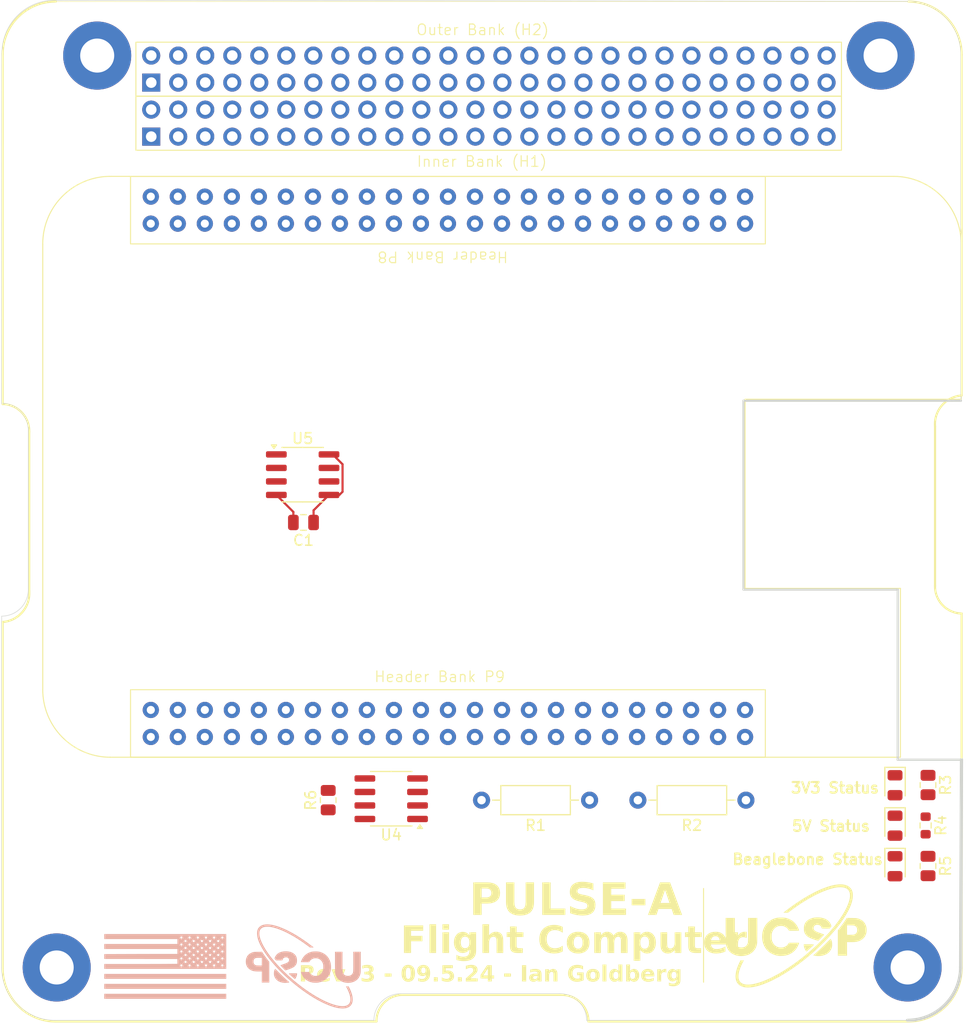
<source format=kicad_pcb>
(kicad_pcb (version 20240108) (generator "pcbnew") (generator_version "8.0")
  (title_block (title "Fight Computer Motherboard - Ian Goldberg"))
  (layers (0 "F.Cu" signal) (31 "B.Cu" signal) (34 "B.Paste" user) (35 "F.Paste" user) (36 "B.SilkS" user "B.Silkscreen") (37 "F.SilkS" user "F.Silkscreen") (38 "B.Mask" user) (39 "F.Mask" user) (44 "Edge.Cuts" user))
  (net 0 "")
  (net 1 "/5V")
  (net 2 "/I2C_SCL")
  (net 3 "/I2C_SDA")
  (net 5 "/GPIO2_1")
  (net 7 "/GPIO2_24")
  (net 8 "/SYS_RESETn")
  (net 9 "/UART_TX")
  (net 11 "/GPIO2_12")
  (net 12 "GND")
  (net 13 "/CAN_SLNT")
  (net 15 "/GPIO2_23")
  (net 16 "/GPIO2_8")
  (net 18 "/GPIO2_10")
  (net 19 "/CAN1_RX")
  (net 21 "/UART_RX")
  (net 22 "/GPIO2_6")
  (net 23 "/GPIO2_7")
  (net 24 "/GPIO1_13")
  (net 25 "/GPIO1_27")
  (net 26 "/GPIO2_9")
  (net 30 "/GPIO2_25")
  (net 31 "/GPIO1_15")
  (net 33 "/GPIO0_7")
  (net 34 "/GPI02_22")
  (net 37 "/GPIO2_13")
  (net 38 "/GPIO1_12")
  (net 39 "/GPIO1_17")
  (net 44 "/CAN1_TX")
  (net 51 "/GPIO1_26")
  (net 53 "/GPIO1_14")
  (net 64 "/CAN_L")
  (net 65 "/3V3")
  (net 66 "/GPIO1_28")
  (net 68 "/CAN_H")
  (net 92 "/GPIO3_20")
  (net 93 "/FC_TEMP")
  (net 100 "/GPIO1_29")
  (net 104 "/GPIO1_16")
  (net 105 "/GPIO3_19")
  (net 106 "/CAN_SNLT")
  (net 107 "/GPIO2_11")
  (net 133 "/CAN1_SLNT")
  (net 134 "Net-(D1-K)")
  (net 135 "Net-(D2-K)")
  (net 136 "Net-(D3-K)")
  (footprint "Resistor_SMD:R_0805_2012Metric" (layer "F.Cu") (at 167.1 147.88 -90)
    (property "Reference" "R3" (at 0 -1.65 90) (layer "F.SilkS"))
    (property "Value" "15")
    (pad "1" smd roundrect (at -0.9125 0 270) (size 1.025 1.4) (layers "F.Cu" "F.Paste" "F.Mask") (roundrect_rratio 0.243902) (net 134 "Net-(D1-K)"))
    (pad "2" smd roundrect (at 0.9125 0 270) (size 1.025 1.4) (layers "F.Cu" "F.Paste" "F.Mask") (roundrect_rratio 0.243902) (net 12 "GND"))
  )
  (footprint "LED_SMD:LED_0805_2012Metric" (layer "F.Cu") (at 164 155.5125 -90)
    (property "Reference" "D3" (hide yes))
    (property "Value" "Beaglebone Ready")
    (pad "1" smd roundrect (at -0.9375 0 270) (size 0.975 1.4) (layers "F.Cu" "F.Paste" "F.Mask") (net 136 "Net-(D3-K)"))
    (pad "2" smd roundrect (at 0.9375 0 270) (size 0.975 1.4) (layers "F.Cu" "F.Paste" "F.Mask") (net 8 "/SYS_RESETn"))
  )
  (footprint "LED_SMD:LED_0805_2012Metric" (layer "F.Cu") (at 164 147.9 -90)
    (property "Reference" "D1" (hide yes))
    (property "Value" "3V3 Status")
    (pad "1" smd roundrect (at -0.9375 0 270) (size 0.975 1.4) (layers "F.Cu" "F.Paste" "F.Mask") (net 134 "Net-(D1-K)"))
    (pad "2" smd roundrect (at 0.9375 0 270) (size 0.975 1.4) (layers "F.Cu" "F.Paste" "F.Mask") (net 65 "/3V3"))
  )
  (footprint "LED_SMD:LED_0805_2012Metric" (layer "F.Cu") (at 164 151.7 -90)
    (property "Reference" "D2" (hide yes))
    (property "Value" "5V Status")
    (pad "1" smd roundrect (at -0.9375 0 270) (size 0.975 1.4) (layers "F.Cu" "F.Paste" "F.Mask") (net 135 "Net-(D2-K)"))
    (pad "2" smd roundrect (at 0.9375 0 270) (size 0.975 1.4) (layers "F.Cu" "F.Paste" "F.Mask") (net 1 "/5V"))
  )
  (footprint "Package_SO:SOIC-8_3.9x4.9mm_P1.27mm" (layer "F.Cu") (at 108.3 118.7)
    (property "Reference" "U5" (at 0 -3.4 0) (layer "F.SilkS"))
    (property "Value" "TMP36xS")
    (pad "1" smd roundrect (at -2.475 -1.905) (size 1.95 0.6) (layers "F.Cu" "F.Paste" "F.Mask") (net 93 "/FC_TEMP"))
    (pad "2" smd roundrect (at -2.475 -0.635) (size 1.95 0.6) (layers "F.Cu" "F.Paste" "F.Mask"))
    (pad "3" smd roundrect (at -2.475 0.635) (size 1.95 0.6) (layers "F.Cu" "F.Paste" "F.Mask"))
    (pad "4" smd roundrect (at -2.475 1.905) (size 1.95 0.6) (layers "F.Cu" "F.Paste" "F.Mask") (net 12 "GND"))
    (pad "5" smd roundrect (at 2.475 1.905) (size 1.95 0.6) (layers "F.Cu" "F.Paste" "F.Mask") (net 65 "/3V3"))
    (pad "6" smd roundrect (at 2.475 0.635) (size 1.95 0.6) (layers "F.Cu" "F.Paste" "F.Mask"))
    (pad "7" smd roundrect (at 2.475 -0.635) (size 1.95 0.6) (layers "F.Cu" "F.Paste" "F.Mask"))
    (pad "8" smd roundrect (at 2.475 -1.905) (size 1.95 0.6) (layers "F.Cu" "F.Paste" "F.Mask") (net 65 "/3V3"))
  )
  (footprint "Module:BeagleBoneBlackFootprint" (layer "F.Cu") (at 170.22 90.655 180)
    (property "Reference" "U1" (hide yes))
    (property "Value" "~" (hide yes))
    (fp_text user "Header Bank P8" (at 42.545 -6.985 180) (layer "F.SilkS") (effects (font (thickness 0.1)) (justify left bottom)))
    (fp_text user "Header Bank P9" (at 55.245 -47.625 0) (layer "F.SilkS") (effects (font (thickness 0.1)) (justify left bottom)))
    (pad "1" thru_hole circle (at 20.32 -50.165 180) (size 1.524 1.524) (drill 0.762) (layers "*.Cu" "*.Mask") (net 12 "GND"))
    (pad "1" thru_hole circle (at 20.32 -1.905 180) (size 1.524 1.524) (drill 0.762) (layers "*.Cu" "*.Mask") (net 12 "GND"))
    (pad "2" thru_hole circle (at 20.32 -52.705 180) (size 1.524 1.524) (drill 0.762) (layers "*.Cu" "*.Mask") (net 12 "GND"))
    (pad "2" thru_hole circle (at 20.32 -4.445 180) (size 1.524 1.524) (drill 0.762) (layers "*.Cu" "*.Mask") (net 12 "GND"))
    (pad "3" thru_hole circle (at 22.86 -50.165 180) (size 1.524 1.524) (drill 0.762) (layers "*.Cu" "*.Mask"))
    (pad "3" thru_hole circle (at 22.86 -1.905 180) (size 1.524 1.524) (drill 0.762) (layers "*.Cu" "*.Mask"))
    (pad "4" thru_hole circle (at 22.86 -52.705 180) (size 1.524 1.524) (drill 0.762) (layers "*.Cu" "*.Mask"))
    (pad "4" thru_hole circle (at 22.86 -4.445 180) (size 1.524 1.524) (drill 0.762) (layers "*.Cu" "*.Mask"))
    (pad "5" thru_hole circle (at 25.4 -50.165 180) (size 1.524 1.524) (drill 0.762) (layers "*.Cu" "*.Mask") (net 1 "/5V"))
    (pad "5" thru_hole circle (at 25.4 -1.905 180) (size 1.524 1.524) (drill 0.762) (layers "*.Cu" "*.Mask") (net 1 "/5V"))
    (pad "6" thru_hole circle (at 25.4 -52.705 180) (size 1.524 1.524) (drill 0.762) (layers "*.Cu" "*.Mask") (net 1 "/5V"))
    (pad "6" thru_hole circle (at 25.4 -4.445 180) (size 1.524 1.524) (drill 0.762) (layers "*.Cu" "*.Mask") (net 1 "/5V"))
    (pad "7" thru_hole circle (at 27.94 -50.165 180) (size 1.524 1.524) (drill 0.762) (layers "*.Cu" "*.Mask"))
    (pad "7" thru_hole circle (at 27.94 -1.905 180) (size 1.524 1.524) (drill 0.762) (layers "*.Cu" "*.Mask"))
    (pad "8" thru_hole circle (at 27.94 -52.705 180) (size 1.524 1.524) (drill 0.762) (layers "*.Cu" "*.Mask"))
    (pad "8" thru_hole circle (at 27.94 -4.445 180) (size 1.524 1.524) (drill 0.762) (layers "*.Cu" "*.Mask"))
    (pad "9" thru_hole circle (at 30.48 -50.165 180) (size 1.524 1.524) (drill 0.762) (layers "*.Cu" "*.Mask"))
    (pad "9" thru_hole circle (at 30.48 -1.905 180) (size 1.524 1.524) (drill 0.762) (layers "*.Cu" "*.Mask"))
    (pad "10" thru_hole circle (at 30.48 -52.705 180) (size 1.524 1.524) (drill 0.762) (layers "*.Cu" "*.Mask") (net 8 "/SYS_RESETn"))
    (pad "10" thru_hole circle (at 30.48 -4.445 180) (size 1.524 1.524) (drill 0.762) (layers "*.Cu" "*.Mask") (net 8 "/SYS_RESETn"))
    (pad "11" thru_hole circle (at 33.02 -50.165 180) (size 1.524 1.524) (drill 0.762) (layers "*.Cu" "*.Mask") (net 24 "/GPIO1_13"))
    (pad "11" thru_hole circle (at 33.02 -1.905 180) (size 1.524 1.524) (drill 0.762) (layers "*.Cu" "*.Mask") (net 24 "/GPIO1_13"))
    (pad "12" thru_hole circle (at 33.02 -52.705 180) (size 1.524 1.524) (drill 0.762) (layers "*.Cu" "*.Mask") (net 38 "/GPIO1_12"))
    (pad "12" thru_hole circle (at 33.02 -4.445 180) (size 1.524 1.524) (drill 0.762) (layers "*.Cu" "*.Mask") (net 38 "/GPIO1_12"))
    (pad "13" thru_hole circle (at 35.56 -50.165 180) (size 1.524 1.524) (drill 0.762) (layers "*.Cu" "*.Mask"))
    (pad "13" thru_hole circle (at 35.56 -1.905 180) (size 1.524 1.524) (drill 0.762) (layers "*.Cu" "*.Mask"))
    (pad "14" thru_hole circle (at 35.56 -52.705 180) (size 1.524 1.524) (drill 0.762) (layers "*.Cu" "*.Mask") (net 51 "/GPIO1_26"))
    (pad "14" thru_hole circle (at 35.56 -4.445 180) (size 1.524 1.524) (drill 0.762) (layers "*.Cu" "*.Mask") (net 51 "/GPIO1_26"))
    (pad "15" thru_hole circle (at 38.1 -50.165 180) (size 1.524 1.524) (drill 0.762) (layers "*.Cu" "*.Mask") (net 31 "/GPIO1_15"))
    (pad "15" thru_hole circle (at 38.1 -1.905 180) (size 1.524 1.524) (drill 0.762) (layers "*.Cu" "*.Mask") (net 31 "/GPIO1_15"))
    (pad "16" thru_hole circle (at 38.1 -52.705 180) (size 1.524 1.524) (drill 0.762) (layers "*.Cu" "*.Mask") (net 53 "/GPIO1_14"))
    (pad "16" thru_hole circle (at 38.1 -4.445 180) (size 1.524 1.524) (drill 0.762) (layers "*.Cu" "*.Mask") (net 53 "/GPIO1_14"))
    (pad "17" thru_hole circle (at 40.64 -50.165 180) (size 1.524 1.524) (drill 0.762) (layers "*.Cu" "*.Mask") (net 25 "/GPIO1_27"))
    (pad "17" thru_hole circle (at 40.64 -1.905 180) (size 1.524 1.524) (drill 0.762) (layers "*.Cu" "*.Mask") (net 25 "/GPIO1_27"))
    (pad "18" thru_hole circle (at 40.64 -52.705 180) (size 1.524 1.524) (drill 0.762) (layers "*.Cu" "*.Mask") (net 5 "/GPIO2_1"))
    (pad "18" thru_hole circle (at 40.64 -4.445 180) (size 1.524 1.524) (drill 0.762) (layers "*.Cu" "*.Mask") (net 5 "/GPIO2_1"))
    (pad "19" thru_hole circle (at 43.18 -50.165 180) (size 1.524 1.524) (drill 0.762) (layers "*.Cu" "*.Mask"))
    (pad "19" thru_hole circle (at 43.18 -1.905 180) (size 1.524 1.524) (drill 0.762) (layers "*.Cu" "*.Mask"))
    (pad "20" thru_hole circle (at 43.18 -52.705 180) (size 1.524 1.524) (drill 0.762) (layers "*.Cu" "*.Mask"))
    (pad "20" thru_hole circle (at 43.18 -4.445 180) (size 1.524 1.524) (drill 0.762) (layers "*.Cu" "*.Mask"))
    (pad "21" thru_hole circle (at 45.72 -50.165 180) (size 1.524 1.524) (drill 0.762) (layers "*.Cu" "*.Mask") (net 9 "/UART_TX"))
    (pad "21" thru_hole circle (at 45.72 -1.905 180) (size 1.524 1.524) (drill 0.762) (layers "*.Cu" "*.Mask") (net 9 "/UART_TX"))
    (pad "22" thru_hole circle (at 45.72 -52.705 180) (size 1.524 1.524) (drill 0.762) (layers "*.Cu" "*.Mask") (net 21 "/UART_RX"))
    (pad "22" thru_hole circle (at 45.72 -4.445 180) (size 1.524 1.524) (drill 0.762) (layers "*.Cu" "*.Mask") (net 21 "/UART_RX"))
    (pad "23" thru_hole circle (at 48.26 -50.165 180) (size 1.524 1.524) (drill 0.762) (layers "*.Cu" "*.Mask") (net 39 "/GPIO1_17"))
    (pad "23" thru_hole circle (at 48.26 -1.905 180) (size 1.524 1.524) (drill 0.762) (layers "*.Cu" "*.Mask") (net 39 "/GPIO1_17"))
    (pad "24" thru_hole circle (at 48.26 -52.705 180) (size 1.524 1.524) (drill 0.762) (layers "*.Cu" "*.Mask") (net 19 "/CAN1_RX"))
    (pad "24" thru_hole circle (at 48.26 -4.445 180) (size 1.524 1.524) (drill 0.762) (layers "*.Cu" "*.Mask") (net 19 "/CAN1_RX"))
    (pad "25" thru_hole circle (at 50.8 -50.165 180) (size 1.524 1.524) (drill 0.762) (layers "*.Cu" "*.Mask") (net 13 "/CAN_SLNT"))
    (pad "25" thru_hole circle (at 50.8 -1.905 180) (size 1.524 1.524) (drill 0.762) (layers "*.Cu" "*.Mask") (net 13 "/CAN_SLNT"))
    (pad "26" thru_hole circle (at 50.8 -52.705 180) (size 1.524 1.524) (drill 0.762) (layers "*.Cu" "*.Mask") (net 44 "/CAN1_TX"))
    (pad "26" thru_hole circle (at 50.8 -4.445 180) (size 1.524 1.524) (drill 0.762) (layers "*.Cu" "*.Mask") (net 44 "/CAN1_TX"))
    (pad "27" thru_hole circle (at 53.34 -50.165 180) (size 1.524 1.524) (drill 0.762) (layers "*.Cu" "*.Mask") (net 34 "/GPI02_22"))
    (pad "27" thru_hole circle (at 53.34 -1.905 180) (size 1.524 1.524) (drill 0.762) (layers "*.Cu" "*.Mask") (net 34 "/GPI02_22"))
    (pad "28" thru_hole circle (at 53.34 -52.705 180) (size 1.524 1.524) (drill 0.762) (layers "*.Cu" "*.Mask") (net 7 "/GPIO2_24"))
    (pad "28" thru_hole circle (at 53.34 -4.445 180) (size 1.524 1.524) (drill 0.762) (layers "*.Cu" "*.Mask") (net 7 "/GPIO2_24"))
    (pad "29" thru_hole circle (at 55.88 -50.165 180) (size 1.524 1.524) (drill 0.762) (layers "*.Cu" "*.Mask") (net 15 "/GPIO2_23"))
    (pad "29" thru_hole circle (at 55.88 -1.905 180) (size 1.524 1.524) (drill 0.762) (layers "*.Cu" "*.Mask") (net 15 "/GPIO2_23"))
    (pad "30" thru_hole circle (at 55.88 -52.705 180) (size 1.524 1.524) (drill 0.762) (layers "*.Cu" "*.Mask") (net 30 "/GPIO2_25"))
    (pad "30" thru_hole circle (at 55.88 -4.445 180) (size 1.524 1.524) (drill 0.762) (layers "*.Cu" "*.Mask") (net 30 "/GPIO2_25"))
    (pad "31" thru_hole circle (at 58.42 -50.165 180) (size 1.524 1.524) (drill 0.762) (layers "*.Cu" "*.Mask"))
    (pad "31" thru_hole circle (at 58.42 -1.905 180) (size 1.524 1.524) (drill 0.762) (layers "*.Cu" "*.Mask"))
    (pad "32" thru_hole circle (at 58.42 -52.705 180) (size 1.524 1.524) (drill 0.762) (layers "*.Cu" "*.Mask"))
    (pad "32" thru_hole circle (at 58.42 -4.445 180) (size 1.524 1.524) (drill 0.762) (layers "*.Cu" "*.Mask"))
    (pad "33" thru_hole circle (at 60.96 -50.165 180) (size 1.524 1.524) (drill 0.762) (layers "*.Cu" "*.Mask"))
    (pad "33" thru_hole circle (at 60.96 -1.905 180) (size 1.524 1.524) (drill 0.762) (layers "*.Cu" "*.Mask"))
    (pad "34" thru_hole circle (at 60.96 -52.705 180) (size 1.524 1.524) (drill 0.762) (layers "*.Cu" "*.Mask"))
    (pad "34" thru_hole circle (at 60.96 -4.445 180) (size 1.524 1.524) (drill 0.762) (layers "*.Cu" "*.Mask"))
    (pad "35" thru_hole circle (at 63.5 -50.165 180) (size 1.524 1.524) (drill 0.762) (layers "*.Cu" "*.Mask"))
    (pad "35" thru_hole circle (at 63.5 -1.905 180) (size 1.524 1.524) (drill 0.762) (layers "*.Cu" "*.Mask"))
    (pad "36" thru_hole circle (at 63.5 -52.705 180) (size 1.524 1.524) (drill 0.762) (layers "*.Cu" "*.Mask"))
    (pad "36" thru_hole circle (at 63.5 -4.445 180) (size 1.524 1.524) (drill 0.762) (layers "*.Cu" "*.Mask"))
    (pad "37" thru_hole circle (at 66.04 -50.165 180) (size 1.524 1.524) (drill 0.762) (layers "*.Cu" "*.Mask"))
    (pad "37" thru_hole circle (at 66.04 -1.905 180) (size 1.524 1.524) (drill 0.762) (layers "*.Cu" "*.Mask"))
    (pad "38" thru_hole circle (at 66.04 -52.705 180) (size 1.524 1.524) (drill 0.762) (layers "*.Cu" "*.Mask"))
    (pad "38" thru_hole circle (at 66.04 -4.445 180) (size 1.524 1.524) (drill 0.762) (layers "*.Cu" "*.Mask"))
    (pad "39" thru_hole circle (at 68.58 -50.165 180) (size 1.524 1.524) (drill 0.762) (layers "*.Cu" "*.Mask") (net 11 "/GPIO2_12"))
    (pad "39" thru_hole circle (at 68.58 -1.905 180) (size 1.524 1.524) (drill 0.762) (layers "*.Cu" "*.Mask") (net 11 "/GPIO2_12"))
    (pad "40" thru_hole circle (at 68.58 -52.705 180) (size 1.524 1.524) (drill 0.762) (layers "*.Cu" "*.Mask") (net 37 "/GPIO2_13"))
    (pad "40" thru_hole circle (at 68.58 -4.445 180) (size 1.524 1.524) (drill 0.762) (layers "*.Cu" "*.Mask") (net 37 "/GPIO2_13"))
    (pad "41" thru_hole circle (at 71.12 -50.165 180) (size 1.524 1.524) (drill 0.762) (layers "*.Cu" "*.Mask") (net 18 "/GPIO2_10"))
    (pad "41" thru_hole circle (at 71.12 -1.905 180) (size 1.524 1.524) (drill 0.762) (layers "*.Cu" "*.Mask") (net 18 "/GPIO2_10"))
    (pad "42" thru_hole circle (at 71.12 -52.705 180) (size 1.524 1.524) (drill 0.762) (layers "*.Cu" "*.Mask") (net 33 "/GPIO0_7"))
    (pad "42" thru_hole circle (at 71.12 -4.445 180) (size 1.524 1.524) (drill 0.762) (layers "*.Cu" "*.Mask") (net 33 "/GPIO0_7"))
    (pad "43" thru_hole circle (at 73.66 -50.165 180) (size 1.524 1.524) (drill 0.762) (layers "*.Cu" "*.Mask") (net 16 "/GPIO2_8"))
    (pad "43" thru_hole circle (at 73.66 -1.905 180) (size 1.524 1.524) (drill 0.762) (layers "*.Cu" "*.Mask") (net 16 "/GPIO2_8"))
    (pad "44" thru_hole circle (at 73.66 -52.705 180) (size 1.524 1.524) (drill 0.762) (layers "*.Cu" "*.Mask") (net 26 "/GPIO2_9"))
    (pad "44" thru_hole circle (at 73.66 -4.445 180) (size 1.524 1.524) (drill 0.762) (layers "*.Cu" "*.Mask") (net 26 "/GPIO2_9"))
    (pad "45" thru_hole circle (at 76.2 -50.165 180) (size 1.524 1.524) (drill 0.762) (layers "*.Cu" "*.Mask") (net 22 "/GPIO2_6"))
    (pad "45" thru_hole circle (at 76.2 -1.905 180) (size 1.524 1.524) (drill 0.762) (layers "*.Cu" "*.Mask") (net 22 "/GPIO2_6"))
    (pad "46" thru_hole circle (at 76.2 -52.705 180) (size 1.524 1.524) (drill 0.762) (layers "*.Cu" "*.Mask") (net 23 "/GPIO2_7"))
    (pad "46" thru_hole circle (at 76.2 -4.445 180) (size 1.524 1.524) (drill 0.762) (layers "*.Cu" "*.Mask") (net 23 "/GPIO2_7"))
  )
  (footprint "Resistor_THT:R_Axial_DIN0207_L6.3mm_D2.5mm_P10.16mm_Horizontal" (layer "F.Cu") (at 135.28 149.3 180)
    (property "Reference" "R1" (at 5.08 -2.37 180) (layer "F.SilkS"))
    (property "Value" "5.6k")
    (pad "1" thru_hole circle (at 0 0 180) (size 1.6 1.6) (drill 0.8) (layers "*.Cu" "*.Mask") (net 1 "/5V"))
    (pad "2" thru_hole oval (at 10.16 0 180) (size 1.6 1.6) (drill 0.8) (layers "*.Cu" "*.Mask") (net 2 "/I2C_SCL"))
  )
  (footprint "Resistor_SMD:R_0603_1608Metric" (layer "F.Cu") (at 166.875 151.68 -90)
    (property "Reference" "R4" (at 0 -1.43 90) (layer "F.SilkS"))
    (property "Value" "150")
    (pad "1" smd roundrect (at -0.825 0 270) (size 0.8 0.95) (layers "F.Cu" "F.Paste" "F.Mask") (net 135 "Net-(D2-K)"))
    (pad "2" smd roundrect (at 0.825 0 270) (size 0.8 0.95) (layers "F.Cu" "F.Paste" "F.Mask") (net 12 "GND"))
  )
  (footprint "LOGO" (layer "F.Cu") (at 154.5 162.1)
    (property "Reference" "G***" (hide yes))
    (property "Value" "LOGO" (hide yes))
  )
  (footprint "Resistor_SMD:R_0805_2012Metric" (layer "F.Cu") (at 110.7 149.3 90)
    (property "Reference" "R6" (at 0 -1.65 270) (layer "F.SilkS"))
    (property "Value" "120")
    (pad "1" smd roundrect (at -0.9125 0 90) (size 1.025 1.4) (layers "F.Cu" "F.Paste" "F.Mask") (roundrect_rratio 0.243902) (net 68 "/CAN_H"))
    (pad "2" smd roundrect (at 0.9125 0 90) (size 1.025 1.4) (layers "F.Cu" "F.Paste" "F.Mask") (roundrect_rratio 0.243902) (net 64 "/CAN_L"))
  )
  (footprint "Resistor_THT:R_Axial_DIN0207_L6.3mm_D2.5mm_P10.16mm_Horizontal" (layer "F.Cu") (at 149.98 149.3 180)
    (property "Reference" "R2" (at 5.08 -2.37 180) (layer "F.SilkS"))
    (property "Value" "5.6k")
    (pad "1" thru_hole circle (at 0 0 180) (size 1.6 1.6) (drill 0.8) (layers "*.Cu" "*.Mask") (net 1 "/5V"))
    (pad "2" thru_hole oval (at 10.16 0 180) (size 1.6 1.6) (drill 0.8) (layers "*.Cu" "*.Mask") (net 3 "/I2C_SDA"))
  )
  (footprint "PCI104Connector:PCI104ConnectorComplete" (layer "F.Cu") (at 80.09 170.11)
    (property "Reference" "U2" (hide yes))
    (property "Value" "~" (hide yes))
    (fp_text user "Inner Bank (H1)" (at 38.88 -80.27 0) (layer "F.SilkS") (effects (font (thickness 0.1)) (justify left bottom)))
    (fp_text user "Outer Bank (H2)" (at 38.83 -92.65 0) (layer "F.SilkS") (effects (font (thickness 0.1)) (justify left bottom)))
    (pad "" thru_hole circle (at 5.08 -5.08 90) (size 6.4 6.4) (drill 3.2) (layers "*.Cu" "*.Mask"))
    (pad "" thru_hole circle (at 8.89 -90.81) (size 6.4 6.4) (drill 3.2) (layers "*.Cu" "*.Mask"))
    (pad "" thru_hole circle (at 82.55 -90.81) (size 6.4 6.4) (drill 3.2) (layers "*.Cu" "*.Mask"))
    (pad "" thru_hole circle (at 85.09 -5.08) (size 6.4 6.4) (drill 3.2) (layers "*.Cu" "*.Mask"))
    (pad "1" thru_hole rect (at 13.97 -83.19 90) (size 1.7 1.7) (drill 1) (layers "*.Cu" "*.Mask") (net 64 "/CAN_L"))
    (pad "2" thru_hole oval (at 13.97 -85.73 90) (size 1.7 1.7) (drill 1) (layers "*.Cu" "*.Mask"))
    (pad "3" thru_hole oval (at 16.51 -83.19 90) (size 1.7 1.7) (drill 1) (layers "*.Cu" "*.Mask") (net 68 "/CAN_H"))
    (pad "4" thru_hole oval (at 16.51 -85.73 90) (size 1.7 1.7) (drill 1) (layers "*.Cu" "*.Mask"))
    (pad "5" thru_hole oval (at 19.05 -83.19 90) (size 1.7 1.7) (drill 1) (layers "*.Cu" "*.Mask"))
    (pad "6" thru_hole oval (at 19.05 -85.73 90) (size 1.7 1.7) (drill 1) (layers "*.Cu" "*.Mask"))
    (pad "7" thru_hole oval (at 21.59 -83.19 90) (size 1.7 1.7) (drill 1) (layers "*.Cu" "*.Mask"))
    (pad "8" thru_hole oval (at 21.59 -85.73 90) (size 1.7 1.7) (drill 1) (layers "*.Cu" "*.Mask"))
    (pad "9" thru_hole oval (at 24.13 -83.19 90) (size 1.7 1.7) (drill 1) (layers "*.Cu" "*.Mask"))
    (pad "10" thru_hole oval (at 24.13 -85.73 90) (size 1.7 1.7) (drill 1) (layers "*.Cu" "*.Mask"))
    (pad "11" thru_hole oval (at 26.67 -83.19 90) (size 1.7 1.7) (drill 1) (layers "*.Cu" "*.Mask") (net 24 "/GPIO1_13"))
    (pad "12" thru_hole oval (at 26.67 -85.73 90) (size 1.7 1.7) (drill 1) (layers "*.Cu" "*.Mask") (net 8 "/SYS_RESETn"))
    (pad "13" thru_hole oval (at 29.21 -83.19 90) (size 1.7 1.7) (drill 1) (layers "*.Cu" "*.Mask") (net 38 "/GPIO1_12"))
    (pad "14" thru_hole oval (at 29.21 -85.73 90) (size 1.7 1.7) (drill 1) (layers "*.Cu" "*.Mask"))
    (pad "15" thru_hole oval (at 31.75 -83.19 90) (size 1.7 1.7) (drill 1) (layers "*.Cu" "*.Mask") (net 51 "/GPIO1_26"))
    (pad "16" thru_hole oval (at 31.75 -85.73 90) (size 1.7 1.7) (drill 1) (layers "*.Cu" "*.Mask"))
    (pad "17" thru_hole oval (at 34.29 -83.19 90) (size 1.7 1.7) (drill 1) (layers "*.Cu" "*.Mask") (net 31 "/GPIO1_15"))
    (pad "18" thru_hole oval (at 34.29 -85.73 90) (size 1.7 1.7) (drill 1) (layers "*.Cu" "*.Mask"))
    (pad "19" thru_hole oval (at 36.83 -83.19 90) (size 1.7 1.7) (drill 1) (layers "*.Cu" "*.Mask"))
    (pad "20" thru_hole oval (at 36.83 -85.73 90) (size 1.7 1.7) (drill 1) (layers "*.Cu" "*.Mask"))
    (pad "21" thru_hole oval (at 39.37 -83.19 90) (size 1.7 1.7) (drill 1) (layers "*.Cu" "*.Mask") (net 25 "/GPIO1_27"))
    (pad "22" thru_hole oval (at 39.37 -85.73 90) (size 1.7 1.7) (drill 1) (layers "*.Cu" "*.Mask") (net 37 "/GPIO2_13"))
    (pad "23" thru_hole oval (at 41.91 -83.19 90) (size 1.7 1.7) (drill 1) (layers "*.Cu" "*.Mask") (net 5 "/GPIO2_1"))
    (pad "24" thru_hole oval (at 41.91 -85.73 90) (size 1.7 1.7) (drill 1) (layers "*.Cu" "*.Mask") (net 18 "/GPIO2_10"))
    (pad "25" thru_hole oval (at 44.45 -83.19 90) (size 1.7 1.7) (drill 1) (layers "*.Cu" "*.Mask") (net 65 "/3V3"))
    (pad "26" thru_hole oval (at 44.45 -85.73 90) (size 1.7 1.7) (drill 1) (layers "*.Cu" "*.Mask") (net 65 "/3V3"))
    (pad "27" thru_hole oval (at 46.99 -83.19 90) (size 1.7 1.7) (drill 1) (layers "*.Cu" "*.Mask") (net 100 "/GPIO1_29"))
    (pad "28" thru_hole oval (at 46.99 -85.73 90) (size 1.7 1.7) (drill 1) (layers "*.Cu" "*.Mask") (net 107 "/GPIO2_11"))
    (pad "29" thru_hole oval (at 49.53 -83.19 90) (size 1.7 1.7) (drill 1) (layers "*.Cu" "*.Mask") (net 34 "/GPI02_22"))
    (pad "30" thru_hole oval (at 49.53 -85.73 90) (size 1.7 1.7) (drill 1) (layers "*.Cu" "*.Mask") (net 16 "/GPIO2_8"))
    (pad "31" thru_hole oval (at 52.07 -83.19 90) (size 1.7 1.7) (drill 1) (layers "*.Cu" "*.Mask"))
    (pad "32" thru_hole oval (at 52.07 -85.73 90) (size 1.7 1.7) (drill 1) (layers "*.Cu" "*.Mask"))
    (pad "33" thru_hole oval (at 54.61 -83.19 90) (size 1.7 1.7) (drill 1) (layers "*.Cu" "*.Mask") (net 9 "/UART_TX"))
    (pad "34" thru_hole oval (at 54.61 -85.73 90) (size 1.7 1.7) (drill 1) (layers "*.Cu" "*.Mask") (net 26 "/GPIO2_9"))
    (pad "35" thru_hole oval (at 57.15 -83.19 90) (size 1.7 1.7) (drill 1) (layers "*.Cu" "*.Mask") (net 21 "/UART_RX"))
    (pad "36" thru_hole oval (at 57.15 -85.73 90) (size 1.7 1.7) (drill 1) (layers "*.Cu" "*.Mask") (net 22 "/GPIO2_6"))
    (pad "37" thru_hole oval (at 59.69 -83.19 90) (size 1.7 1.7) (drill 1) (layers "*.Cu" "*.Mask"))
    (pad "38" thru_hole oval (at 59.69 -85.73 90) (size 1.7 1.7) (drill 1) (layers "*.Cu" "*.Mask"))
    (pad "39" thru_hole oval (at 62.23 -83.19 90) (size 1.7 1.7) (drill 1) (layers "*.Cu" "*.Mask"))
    (pad "40" thru_hole oval (at 62.23 -85.73 90) (size 1.7 1.7) (drill 1) (layers "*.Cu" "*.Mask"))
    (pad "41" thru_hole oval (at 64.77 -83.19 90) (size 1.7 1.7) (drill 1) (layers "*.Cu" "*.Mask") (net 3 "/I2C_SDA"))
    (pad "42" thru_hole oval (at 64.77 -85.73 90) (size 1.7 1.7) (drill 1) (layers "*.Cu" "*.Mask") (net 30 "/GPIO2_25"))
    (pad "43" thru_hole oval (at 67.31 -83.19 90) (size 1.7 1.7) (drill 1) (layers "*.Cu" "*.Mask") (net 2 "/I2C_SCL"))
    (pad "44" thru_hole oval (at 67.31 -85.73 90) (size 1.7 1.7) (drill 1) (layers "*.Cu" "*.Mask") (net 11 "/GPIO2_12"))
    (pad "45" thru_hole oval (at 69.85 -83.19 90) (size 1.7 1.7) (drill 1) (layers "*.Cu" "*.Mask") (net 7 "/GPIO2_24"))
    (pad "46" thru_hole oval (at 69.85 -85.73 90) (size 1.7 1.7) (drill 1) (layers "*.Cu" "*.Mask") (net 15 "/GPIO2_23"))
    (pad "47" thru_hole oval (at 72.39 -83.19 90) (size 1.7 1.7) (drill 1) (layers "*.Cu" "*.Mask"))
    (pad "48" thru_hole oval (at 72.39 -85.73 90) (size 1.7 1.7) (drill 1) (layers "*.Cu" "*.Mask"))
    (pad "49" thru_hole oval (at 74.93 -83.19 90) (size 1.7 1.7) (drill 1) (layers "*.Cu" "*.Mask"))
    (pad "50" thru_hole oval (at 74.93 -85.73 90) (size 1.7 1.7) (drill 1) (layers "*.Cu" "*.Mask"))
    (pad "51" thru_hole oval (at 77.47 -83.19 90) (size 1.7 1.7) (drill 1) (layers "*.Cu" "*.Mask"))
    (pad "52" thru_hole oval (at 77.47 -85.73 90) (size 1.7 1.7) (drill 1) (layers "*.Cu" "*.Mask"))
    (pad "53" thru_hole rect (at 13.97 -88.27 90) (size 1.7 1.7) (drill 1) (layers "*.Cu" "*.Mask") (net 93 "/FC_TEMP"))
    (pad "54" thru_hole oval (at 13.97 -90.81 90) (size 1.7 1.7) (drill 1) (layers "*.Cu" "*.Mask"))
    (pad "55" thru_hole oval (at 16.51 -88.27 90) (size 1.7 1.7) (drill 1) (layers "*.Cu" "*.Mask"))
    (pad "56" thru_hole oval (at 16.51 -90.81 90) (size 1.7 1.7) (drill 1) (layers "*.Cu" "*.Mask"))
    (pad "57" thru_hole oval (at 19.05 -88.27 90) (size 1.7 1.7) (drill 1) (layers "*.Cu" "*.Mask"))
    (pad "58" thru_hole oval (at 19.05 -90.81 90) (size 1.7 1.7) (drill 1) (layers "*.Cu" "*.Mask"))
    (pad "59" thru_hole oval (at 21.59 -88.27 90) (size 1.7 1.7) (drill 1) (layers "*.Cu" "*.Mask"))
    (pad "60" thru_hole oval (at 21.59 -90.81 90) (size 1.7 1.7) (drill 1) (layers "*.Cu" "*.Mask"))
    (pad "61" thru_hole oval (at 24.13 -88.27 90) (size 1.7 1.7) (drill 1) (layers "*.Cu" "*.Mask"))
    (pad "62" thru_hole oval (at 24.13 -90.81 90) (size 1.7 1.7) (drill 1) (layers "*.Cu" "*.Mask"))
    (pad "63" thru_hole oval (at 26.67 -88.27 90) (size 1.7 1.7) (drill 1) (layers "*.Cu" "*.Mask"))
    (pad "64" thru_hole oval (at 26.67 -90.81 90) (size 1.7 1.7) (drill 1) (layers "*.Cu" "*.Mask"))
    (pad "65" thru_hole oval (at 29.21 -88.27 90) (size 1.7 1.7) (drill 1) (layers "*.Cu" "*.Mask"))
    (pad "66" thru_hole oval (at 29.21 -90.81 90) (size 1.7 1.7) (drill 1) (layers "*.Cu" "*.Mask"))
    (pad "67" thru_hole oval (at 31.75 -88.27 90) (size 1.7 1.7) (drill 1) (layers "*.Cu" "*.Mask"))
    (pad "68" thru_hole oval (at 31.75 -90.81 90) (size 1.7 1.7) (drill 1) (layers "*.Cu" "*.Mask") (net 23 "/GPIO2_7"))
    (pad "69" thru_hole oval (at 34.29 -88.27 90) (size 1.7 1.7) (drill 1) (layers "*.Cu" "*.Mask") (net 53 "/GPIO1_14"))
    (pad "70" thru_hole oval (at 34.29 -90.81 90) (size 1.7 1.7) (drill 1) (layers "*.Cu" "*.Mask"))
    (pad "71" thru_hole oval (at 36.83 -88.27 90) (size 1.7 1.7) (drill 1) (layers "*.Cu" "*.Mask") (net 33 "/GPIO0_7"))
    (pad "72" thru_hole oval (at 36.83 -90.81 90) (size 1.7 1.7) (drill 1) (layers "*.Cu" "*.Mask"))
    (pad "73" thru_hole oval (at 39.37 -88.27 90) (size 1.7 1.7) (drill 1) (layers "*.Cu" "*.Mask") (net 92 "/GPIO3_20"))
    (pad "74" thru_hole oval (at 39.37 -90.81 90) (size 1.7 1.7) (drill 1) (layers "*.Cu" "*.Mask") (net 105 "/GPIO3_19"))
    (pad "75" thru_hole oval (at 41.91 -88.27 90) (size 1.7 1.7) (drill 1) (layers "*.Cu" "*.Mask"))
    (pad "76" thru_hole oval (at 41.91 -90.81 90) (size 1.7 1.7) (drill 1) (layers "*.Cu" "*.Mask"))
    (pad "77" thru_hole oval (at 44.45 -88.27 90) (size 1.7 1.7) (drill 1) (layers "*.Cu" "*.Mask") (net 1 "/5V"))
    (pad "78" thru_hole oval (at 44.45 -90.81 90) (size 1.7 1.7) (drill 1) (layers "*.Cu" "*.Mask") (net 1 "/5V"))
    (pad "79" thru_hole oval (at 46.99 -88.27 90) (size 1.7 1.7) (drill 1) (layers "*.Cu" "*.Mask") (net 65 "/3V3"))
    (pad "80" thru_hole oval (at 46.99 -90.81 90) (size 1.7 1.7) (drill 1) (layers "*.Cu" "*.Mask") (net 65 "/3V3"))
    (pad "81" thru_hole oval (at 49.53 -88.27 90) (size 1.7 1.7) (drill 1) (layers "*.Cu" "*.Mask") (net 12 "GND"))
    (pad "82" thru_hole oval (at 49.53 -90.81 90) (size 1.7 1.7) (drill 1) (layers "*.Cu" "*.Mask") (net 12 "GND"))
    (pad "83" thru_hole oval (at 52.07 -88.27 90) (size 1.7 1.7) (drill 1) (layers "*.Cu" "*.Mask") (net 12 "GND"))
    (pad "84" thru_hole oval (at 52.07 -90.81 90) (size 1.7 1.7) (drill 1) (layers "*.Cu" "*.Mask") (net 12 "GND"))
    (pad "85" thru_hole oval (at 54.61 -88.27 90) (size 1.7 1.7) (drill 1) (layers "*.Cu" "*.Mask"))
    (pad "86" thru_hole oval (at 54.61 -90.81 90) (size 1.7 1.7) (drill 1) (layers "*.Cu" "*.Mask"))
    (pad "87" thru_hole oval (at 57.15 -88.27 90) (size 1.7 1.7) (drill 1) (layers "*.Cu" "*.Mask"))
    (pad "88" thru_hole oval (at 57.15 -90.81 90) (size 1.7 1.7) (drill 1) (layers "*.Cu" "*.Mask"))
    (pad "89" thru_hole oval (at 59.69 -88.27 90) (size 1.7 1.7) (drill 1) (layers "*.Cu" "*.Mask"))
    (pad "90" thru_hole oval (at 59.69 -90.81 90) (size 1.7 1.7) (drill 1) (layers "*.Cu" "*.Mask"))
    (pad "91" thru_hole oval (at 62.23 -88.27 90) (size 1.7 1.7) (drill 1) (layers "*.Cu" "*.Mask"))
    (pad "92" thru_hole oval (at 62.23 -90.81 90) (size 1.7 1.7) (drill 1) (layers "*.Cu" "*.Mask") (net 104 "/GPIO1_16"))
    (pad "93" thru_hole oval (at 64.77 -88.27 90) (size 1.7 1.7) (drill 1) (layers "*.Cu" "*.Mask"))
    (pad "94" thru_hole oval (at 64.77 -90.81 90) (size 1.7 1.7) (drill 1) (layers "*.Cu" "*.Mask"))
    (pad "95" thru_hole oval (at 67.31 -88.27 90) (size 1.7 1.7) (drill 1) (layers "*.Cu" "*.Mask") (net 66 "/GPIO1_28"))
    (pad "96" thru_hole oval (at 67.31 -90.81 90) (size 1.7 1.7) (drill 1) (layers "*.Cu" "*.Mask") (net 39 "/GPIO1_17"))
    (pad "97" thru_hole oval (at 69.85 -88.27 90) (size 1.7 1.7) (drill 1) (layers "*.Cu" "*.Mask"))
    (pad "98" thru_hole oval (at 69.85 -90.81 90) (size 1.7 1.7) (drill 1) (layers "*.Cu" "*.Mask"))
    (pad "99" thru_hole oval (at 72.39 -88.27 90) (size 1.7 1.7) (drill 1) (layers "*.Cu" "*.Mask"))
    (pad "100" thru_hole oval (at 72.39 -90.81 90) (size 1.7 1.7) (drill 1) (layers "*.Cu" "*.Mask"))
    (pad "101" thru_hole oval (at 74.93 -88.27 90) (size 1.7 1.7) (drill 1) (layers "*.Cu" "*.Mask"))
    (pad "102" thru_hole oval (at 74.93 -90.81 90) (size 1.7 1.7) (drill 1) (layers "*.Cu" "*.Mask") (net 106 "/CAN_SNLT"))
    (pad "103" thru_hole oval (at 77.47 -88.27 90) (size 1.7 1.7) (drill 1) (layers "*.Cu" "*.Mask"))
    (pad "104" thru_hole oval (at 77.47 -90.81 90) (size 1.7 1.7) (drill 1) (layers "*.Cu" "*.Mask"))
  )
  (footprint "Package_SO:SOIC-8_3.9x4.9mm_P1.27mm" (layer "F.Cu") (at 116.625 149.165 180)
    (property "Reference" "U4" (at 0 -3.4 180) (layer "F.SilkS"))
    (property "Value" "TJA1051T-3")
    (pad "1" smd roundrect (at -2.475 -1.905 180) (size 1.95 0.6) (layers "F.Cu" "F.Paste" "F.Mask") (net 44 "/CAN1_TX"))
    (pad "2" smd roundrect (at -2.475 -0.635 180) (size 1.95 0.6) (layers "F.Cu" "F.Paste" "F.Mask") (net 12 "GND"))
    (pad "3" smd roundrect (at -2.475 0.635 180) (size 1.95 0.6) (layers "F.Cu" "F.Paste" "F.Mask") (net 65 "/3V3"))
    (pad "4" smd roundrect (at -2.475 1.905 180) (size 1.95 0.6) (layers "F.Cu" "F.Paste" "F.Mask") (net 19 "/CAN1_RX"))
    (pad "5" smd roundrect (at 2.475 1.905 180) (size 1.95 0.6) (layers "F.Cu" "F.Paste" "F.Mask") (net 65 "/3V3"))
    (pad "6" smd roundrect (at 2.475 0.635 180) (size 1.95 0.6) (layers "F.Cu" "F.Paste" "F.Mask") (net 64 "/CAN_L"))
    (pad "7" smd roundrect (at 2.475 -0.635 180) (size 1.95 0.6) (layers "F.Cu" "F.Paste" "F.Mask") (net 68 "/CAN_H"))
    (pad "8" smd roundrect (at 2.475 -1.905 180) (size 1.95 0.6) (layers "F.Cu" "F.Paste" "F.Mask") (net 133 "/CAN1_SLNT"))
  )
  (footprint "Resistor_SMD:R_0805_2012Metric" (layer "F.Cu") (at 167.1 155.4925 -90)
    (property "Reference" "R5" (at 0 -1.65 90) (layer "F.SilkS"))
    (property "Value" "15")
    (pad "1" smd roundrect (at -0.9125 0 270) (size 1.025 1.4) (layers "F.Cu" "F.Paste" "F.Mask") (roundrect_rratio 0.243902) (net 136 "Net-(D3-K)"))
    (pad "2" smd roundrect (at 0.9125 0 270) (size 1.025 1.4) (layers "F.Cu" "F.Paste" "F.Mask") (roundrect_rratio 0.243902) (net 12 "GND"))
  )
  (footprint "Capacitor_SMD:C_0805_2012Metric" (layer "F.Cu") (at 108.375 123.195 180)
    (property "Reference" "C1" (at 0 -1.68 180) (layer "F.SilkS"))
    (property "Value" "0.1µF")
    (pad "1" smd roundrect (at -0.95 0 180) (size 1 1.45) (layers "F.Cu" "F.Paste" "F.Mask") (net 65 "/3V3"))
    (pad "2" smd roundrect (at 0.95 0 180) (size 1 1.45) (layers "F.Cu" "F.Paste" "F.Mask") (net 12 "GND"))
  )
  (footprint "LOGO" (layer "B.Cu") (at 108.4 164.905473 180)
    (property "Reference" "G***" (hide yes))
    (property "Value" "LOGO" (hide yes))
  )
  (footprint "LOGO" (layer "B.Cu") (at 95.4 164.9 180)
    (property "Reference" "G***" (hide yes))
    (property "Value" "LOGO" (hide yes))
  )
  (gr_line (start 145.996219 157.603781) (end 145.996219 166.414091) (stroke (width 0.1)) (layer "F.SilkS"))
  (gr_line (start 165.17 170) (end 135 170) (stroke (width 0.05)) (layer "Edge.Cuts"))
  (gr_line (start 149.75 129.5) (end 149.75 111.75) (stroke (width 0.2)) (layer "Edge.Cuts"))
  (gr_line (start 80 165) (end 80 132) (stroke (width 0.05)) (layer "Edge.Cuts"))
  (gr_line (start 85.03 74.1) (end 165.2 74.2) (stroke (width 0.05)) (layer "Edge.Cuts"))
  (gr_line (start 85 170) (end 115 170) (stroke (width 0.05)) (layer "Edge.Cuts"))
  (gr_arc (start 115 170) (mid 115.732233 168.232233) (end 117.5 167.5) (stroke (width 0.05)) (layer "Edge.Cuts"))
  (gr_line (start 170.17 165) (end 170.25 145.5) (stroke (width 0.3)) (layer "Edge.Cuts"))
  (gr_line (start 82.5 114.5) (end 82.5 129.5) (stroke (width 0.05)) (layer "Edge.Cuts"))
  (gr_line (start 117.5 167.5) (end 132.5 167.5) (stroke (width 0.05)) (layer "Edge.Cuts"))
  (gr_line (start 170.198915 78.995856) (end 170.200061 111.75) (stroke (width 0.05)) (layer "Edge.Cuts"))
  (gr_arc (start 132.5 167.5) (mid 134.267767 168.232233) (end 135 170) (stroke (width 0.05)) (layer "Edge.Cuts"))
  (gr_line (start 170.25 145.5) (end 164.25 145.5) (stroke (width 0.2)) (layer "Edge.Cuts"))
  (gr_line (start 164.25 129.5) (end 149.75 129.5) (stroke (width 0.2)) (layer "Edge.Cuts"))
  (gr_arc (start 82.5 129.5) (mid 81.767767 131.267767) (end 80 132) (stroke (width 0.05)) (layer "Edge.Cuts"))
  (gr_arc (start 165.2 74.2) (mid 168.66265 75.593056) (end 170.195834 78.995982) (stroke (width 0.05)) (layer "Edge.Cuts"))
  (gr_arc (start 80 112) (mid 81.767767 112.732233) (end 82.5 114.5) (stroke (width 0.05)) (layer "Edge.Cuts"))
  (gr_line (start 149.75 111.75) (end 170.200061 111.75) (stroke (width 0.2)) (layer "Edge.Cuts"))
  (gr_arc (start 80.031539 78.975969) (mid 81.520923 75.502769) (end 85.03 74.1) (stroke (width 0.05)) (layer "Edge.Cuts"))
  (gr_line (start 80.031539 78.975969) (end 80 112) (stroke (width 0.05)) (layer "Edge.Cuts"))
  (gr_arc (start 85 170) (mid 81.464466 168.535534) (end 80 165) (stroke (width 0.05)) (layer "Edge.Cuts"))
  (gr_line (start 164.25 145.5) (end 164.25 129.5) (stroke (width 0.2)) (layer "Edge.Cuts"))
  (gr_arc (start 170.17 165) (mid 168.705534 168.535534) (end 165.17 170) (stroke (width 0.3)) (layer "Edge.Cuts"))
  (gr_text "PULSE-A" (at 144 160.6 0) (layer "F.SilkS") (effects (font (size 3 3) (thickness 0.6) (bold yes)) (justify right bottom)))
  (gr_text "3V3 Status" (at 154.1 148.729 0) (layer "F.SilkS") (effects (font (size 1 1) (thickness 0.2) (bold yes)) (justify left bottom)))
  (gr_text "Rev. 3 - 09.5.24 - Ian Goldberg" (at 144 166.6 0) (layer "F.SilkS") (effects (font (size 1.5 1.5) (thickness 0.3) (bold yes)) (justify right bottom)))
  (gr_text "Flight Computer " (at 117.5 164.1 0) (layer "F.SilkS") (effects (font (size 2.54 2.54) (thickness 0.508) (bold yes)) (justify left bottom)))
  (gr_text "5V Status" (at 154.2 152.324 0) (layer "F.SilkS") (effects (font (size 1 1) (thickness 0.2) (bold yes)) (justify left bottom)))
  (gr_text "Beaglebone Status\n" (at 148.6 155.4475 0) (layer "F.SilkS") (effects (font (size 1 1) (thickness 0.2) (bold yes)) (justify left bottom)))
  (segment (start 163.98125 152.655) (end 164.01875 152.6175) (width 0.2) (layer "F.Cu") (net 1))
  (segment (start 107.425 122.205) (end 105.825 120.605) (width 0.2) (layer "F.Cu") (net 12))
  (segment (start 107.425 123.195) (end 107.425 122.205) (width 0.2) (layer "F.Cu") (net 12))
  (segment (start 163.98125 149.06) (end 164.01875 149.0225) (width 0.2) (layer "F.Cu") (net 65))
  (segment (start 110.775 120.605) (end 111.749999 120.605) (width 0.2) (layer "F.Cu") (net 65))
  (segment (start 111.749999 120.605) (end 112.05 120.304999) (width 0.2) (layer "F.Cu") (net 65))
  (segment (start 109.325 122.055) (end 110.775 120.605) (width 0.2) (layer "F.Cu") (net 65))
  (segment (start 112.05 117.724448) (end 111.120552 116.795) (width 0.2) (layer "F.Cu") (net 65))
  (segment (start 109.325 123.195) (end 109.325 122.055) (width 0.2) (layer "F.Cu") (net 65))
  (segment (start 111.120552 116.795) (end 110.775 116.795) (width 0.2) (layer "F.Cu") (net 65))
  (segment (start 112.05 120.304999) (end 112.05 117.724448) (width 0.2) (layer "F.Cu") (net 65))
)
</source>
